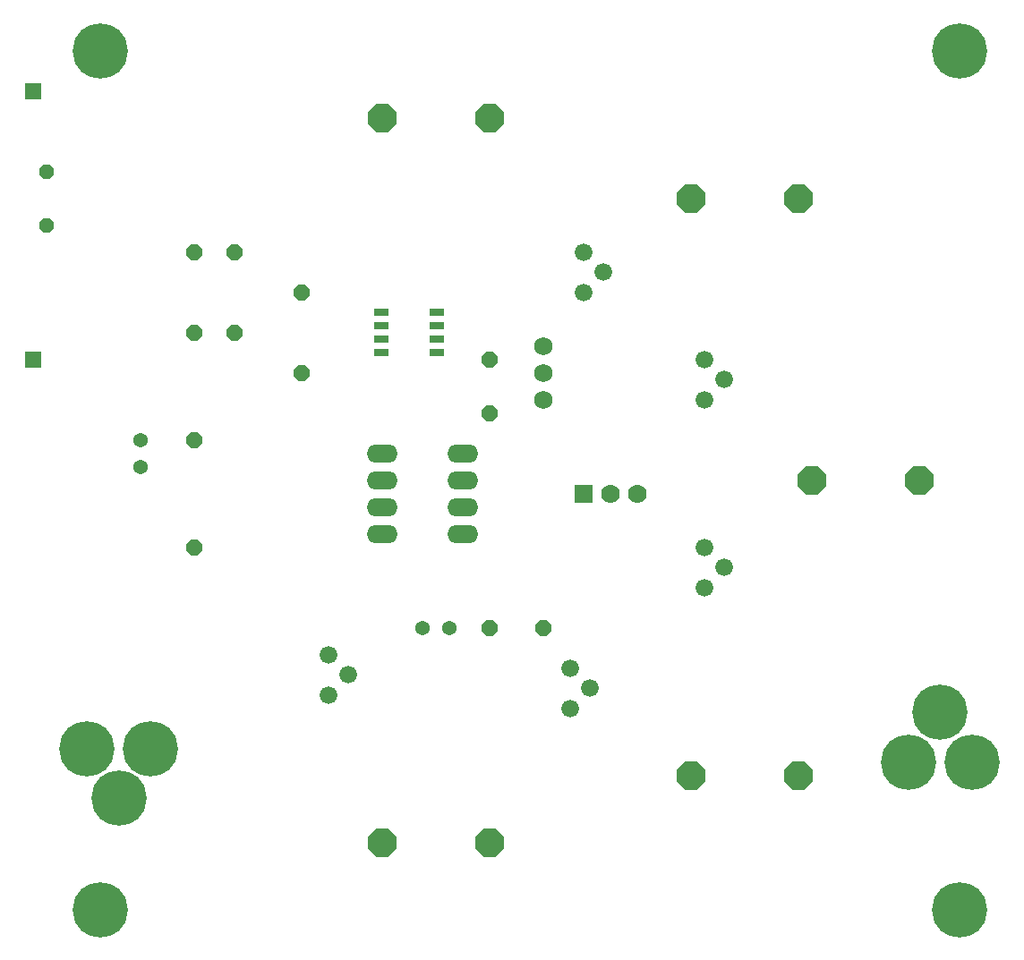
<source format=gbr>
G04 DesignSpark PCB Gerber Version 9.0 Build 5115 *
G04 #@! TF.Part,Single*
G04 #@! TF.FileFunction,Soldermask,Top *
G04 #@! TF.FilePolarity,Negative *
%FSLAX35Y35*%
%MOIN*%
G04 #@! TA.AperFunction,ComponentPad*
%ADD119R,0.06200X0.06200*%
%ADD114R,0.07000X0.07000*%
G04 #@! TA.AperFunction,ViaPad*
%ADD95C,0.05400*%
G04 #@! TA.AperFunction,ComponentPad*
%ADD97C,0.06600*%
%ADD127C,0.06900*%
%ADD115C,0.07000*%
%ADD124O,0.11600X0.06600*%
G04 #@! TA.AperFunction,SMDPad,CuDef*
%ADD129R,0.05550X0.02600*%
G04 #@! TA.AperFunction,ComponentPad*
%AMT117*0 Octagon Pad at angle 0*4,1,8,-0.01159,-0.02800,0.01159,-0.02800,0.02800,-0.01159,0.02800,0.01159,0.01159,0.02800,-0.01159,0.02800,-0.02800,0.01159,-0.02800,-0.01159,-0.01159,-0.02800,0*%
%ADD117T117*%
%AMT77*0 Octagon Pad at angle 0*4,1,8,-0.01200,-0.02900,0.01200,-0.02900,0.02900,-0.01200,0.02900,0.01200,0.01200,0.02900,-0.01200,0.02900,-0.02900,0.01200,-0.02900,-0.01200,-0.01200,-0.02900,0*%
%ADD77T77*%
G04 #@! TA.AperFunction,WasherPad*
%ADD113C,0.20600*%
G04 #@! TA.AperFunction,ComponentPad*
%AMT118*0 Octagon Pad at angle 0*4,1,8,-0.02195,-0.05300,0.02195,-0.05300,0.05300,-0.02195,0.05300,0.02195,0.02195,0.05300,-0.02195,0.05300,-0.05300,0.02195,-0.05300,-0.02195,-0.02195,-0.05300,0*%
%ADD118T118*%
X0Y0D02*
D02*
D77*
X75250Y175250D03*
Y215250D03*
Y255250D03*
Y285250D03*
X90250Y255250D03*
Y285250D03*
X115250Y240250D03*
Y270250D03*
X185250Y145250D03*
Y225250D03*
Y245250D03*
X205250Y145250D03*
D02*
D95*
X55250Y205250D03*
Y215250D03*
X160250Y145250D03*
X170250D03*
D02*
D97*
X125250Y120250D03*
Y135250D03*
X132750Y127750D03*
X215250Y115250D03*
Y130250D03*
X220250Y270250D03*
Y285250D03*
X222750Y122750D03*
X227750Y277750D03*
X265250Y160250D03*
Y175250D03*
Y230250D03*
Y245250D03*
X272750Y167750D03*
Y237750D03*
D02*
D113*
X35565Y100250D03*
X40250Y40250D03*
Y360250D03*
X47376Y81746D03*
X59187Y100250D03*
X341313Y95250D03*
X353124Y113754D03*
X360250Y40250D03*
Y360250D03*
X364935Y95250D03*
D02*
D114*
X220250Y195250D03*
D02*
D115*
X230250D03*
X240250D03*
D02*
D117*
X20250Y295250D03*
Y315250D03*
D02*
D118*
X145250Y65250D03*
Y335250D03*
X185250Y65250D03*
Y335250D03*
X260250Y90250D03*
Y305250D03*
X300250Y90250D03*
Y305250D03*
X305250Y200250D03*
X345250D03*
D02*
D119*
X15250Y245250D03*
Y345250D03*
D02*
D124*
X145250Y180250D03*
Y190250D03*
Y200250D03*
Y210250D03*
X175250Y180250D03*
Y190250D03*
Y200250D03*
Y210250D03*
D02*
D127*
X205250Y230250D03*
Y240250D03*
Y250250D03*
D02*
D129*
X144925Y247750D03*
Y252750D03*
Y257750D03*
Y262750D03*
X165575Y247750D03*
Y252750D03*
Y257750D03*
Y262750D03*
X0Y0D02*
M02*

</source>
